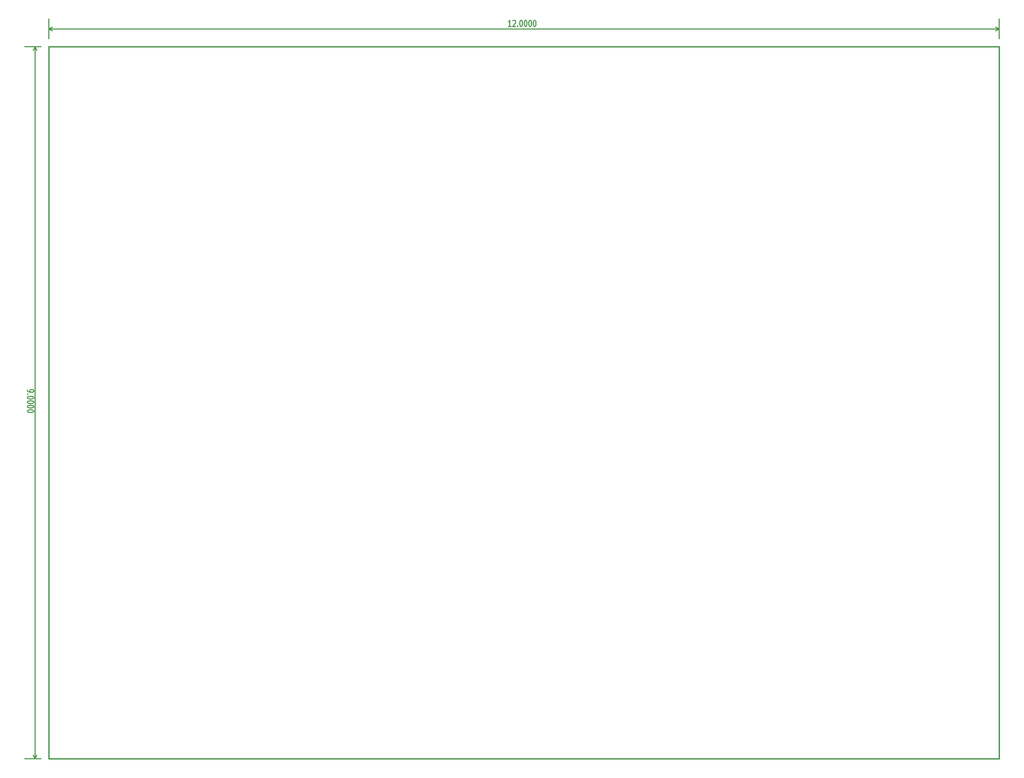
<source format=gtp>
G04 (created by PCBNEW-RS274X (2010-05-05 BZR 2356)-stable) date 01/08/11 21:12:39*
G01*
G70*
G90*
%MOIN*%
G04 Gerber Fmt 3.4, Leading zero omitted, Abs format*
%FSLAX34Y34*%
G04 APERTURE LIST*
%ADD10C,0.005000*%
%ADD11C,0.012000*%
%ADD12C,0.015000*%
G04 APERTURE END LIST*
G54D10*
G54D11*
X07287Y-53372D02*
X07287Y-53487D01*
X07325Y-53544D01*
X07363Y-53572D01*
X07478Y-53630D01*
X07630Y-53658D01*
X07935Y-53658D01*
X08011Y-53630D01*
X08049Y-53601D01*
X08087Y-53544D01*
X08087Y-53430D01*
X08049Y-53372D01*
X08011Y-53344D01*
X07935Y-53315D01*
X07744Y-53315D01*
X07668Y-53344D01*
X07630Y-53372D01*
X07592Y-53430D01*
X07592Y-53544D01*
X07630Y-53601D01*
X07668Y-53630D01*
X07744Y-53658D01*
X07363Y-53915D02*
X07325Y-53943D01*
X07287Y-53915D01*
X07325Y-53886D01*
X07363Y-53915D01*
X07287Y-53915D01*
X08087Y-54315D02*
X08087Y-54372D01*
X08049Y-54429D01*
X08011Y-54458D01*
X07935Y-54487D01*
X07782Y-54515D01*
X07592Y-54515D01*
X07440Y-54487D01*
X07363Y-54458D01*
X07325Y-54429D01*
X07287Y-54372D01*
X07287Y-54315D01*
X07325Y-54258D01*
X07363Y-54229D01*
X07440Y-54201D01*
X07592Y-54172D01*
X07782Y-54172D01*
X07935Y-54201D01*
X08011Y-54229D01*
X08049Y-54258D01*
X08087Y-54315D01*
X08087Y-54886D02*
X08087Y-54943D01*
X08049Y-55000D01*
X08011Y-55029D01*
X07935Y-55058D01*
X07782Y-55086D01*
X07592Y-55086D01*
X07440Y-55058D01*
X07363Y-55029D01*
X07325Y-55000D01*
X07287Y-54943D01*
X07287Y-54886D01*
X07325Y-54829D01*
X07363Y-54800D01*
X07440Y-54772D01*
X07592Y-54743D01*
X07782Y-54743D01*
X07935Y-54772D01*
X08011Y-54800D01*
X08049Y-54829D01*
X08087Y-54886D01*
X08087Y-55457D02*
X08087Y-55514D01*
X08049Y-55571D01*
X08011Y-55600D01*
X07935Y-55629D01*
X07782Y-55657D01*
X07592Y-55657D01*
X07440Y-55629D01*
X07363Y-55600D01*
X07325Y-55571D01*
X07287Y-55514D01*
X07287Y-55457D01*
X07325Y-55400D01*
X07363Y-55371D01*
X07440Y-55343D01*
X07592Y-55314D01*
X07782Y-55314D01*
X07935Y-55343D01*
X08011Y-55371D01*
X08049Y-55400D01*
X08087Y-55457D01*
X08087Y-56028D02*
X08087Y-56085D01*
X08049Y-56142D01*
X08011Y-56171D01*
X07935Y-56200D01*
X07782Y-56228D01*
X07592Y-56228D01*
X07440Y-56200D01*
X07363Y-56171D01*
X07325Y-56142D01*
X07287Y-56085D01*
X07287Y-56028D01*
X07325Y-55971D01*
X07363Y-55942D01*
X07440Y-55914D01*
X07592Y-55885D01*
X07782Y-55885D01*
X07935Y-55914D01*
X08011Y-55942D01*
X08049Y-55971D01*
X08087Y-56028D01*
X08251Y-10000D02*
X08251Y-100000D01*
X09000Y-10000D02*
X06971Y-10000D01*
X09000Y-100000D02*
X06971Y-100000D01*
X08251Y-100000D02*
X08021Y-99557D01*
X08251Y-100000D02*
X08481Y-99557D01*
X08251Y-10000D02*
X08021Y-10443D01*
X08251Y-10000D02*
X08481Y-10443D01*
X68373Y-07435D02*
X68030Y-07435D01*
X68202Y-07435D02*
X68202Y-06635D01*
X68145Y-06749D01*
X68087Y-06825D01*
X68030Y-06863D01*
X68601Y-06711D02*
X68630Y-06673D01*
X68687Y-06635D01*
X68830Y-06635D01*
X68887Y-06673D01*
X68916Y-06711D01*
X68944Y-06787D01*
X68944Y-06863D01*
X68916Y-06978D01*
X68573Y-07435D01*
X68944Y-07435D01*
X69201Y-07359D02*
X69229Y-07397D01*
X69201Y-07435D01*
X69172Y-07397D01*
X69201Y-07359D01*
X69201Y-07435D01*
X69601Y-06635D02*
X69658Y-06635D01*
X69715Y-06673D01*
X69744Y-06711D01*
X69773Y-06787D01*
X69801Y-06940D01*
X69801Y-07130D01*
X69773Y-07282D01*
X69744Y-07359D01*
X69715Y-07397D01*
X69658Y-07435D01*
X69601Y-07435D01*
X69544Y-07397D01*
X69515Y-07359D01*
X69487Y-07282D01*
X69458Y-07130D01*
X69458Y-06940D01*
X69487Y-06787D01*
X69515Y-06711D01*
X69544Y-06673D01*
X69601Y-06635D01*
X70172Y-06635D02*
X70229Y-06635D01*
X70286Y-06673D01*
X70315Y-06711D01*
X70344Y-06787D01*
X70372Y-06940D01*
X70372Y-07130D01*
X70344Y-07282D01*
X70315Y-07359D01*
X70286Y-07397D01*
X70229Y-07435D01*
X70172Y-07435D01*
X70115Y-07397D01*
X70086Y-07359D01*
X70058Y-07282D01*
X70029Y-07130D01*
X70029Y-06940D01*
X70058Y-06787D01*
X70086Y-06711D01*
X70115Y-06673D01*
X70172Y-06635D01*
X70743Y-06635D02*
X70800Y-06635D01*
X70857Y-06673D01*
X70886Y-06711D01*
X70915Y-06787D01*
X70943Y-06940D01*
X70943Y-07130D01*
X70915Y-07282D01*
X70886Y-07359D01*
X70857Y-07397D01*
X70800Y-07435D01*
X70743Y-07435D01*
X70686Y-07397D01*
X70657Y-07359D01*
X70629Y-07282D01*
X70600Y-07130D01*
X70600Y-06940D01*
X70629Y-06787D01*
X70657Y-06711D01*
X70686Y-06673D01*
X70743Y-06635D01*
X71314Y-06635D02*
X71371Y-06635D01*
X71428Y-06673D01*
X71457Y-06711D01*
X71486Y-06787D01*
X71514Y-06940D01*
X71514Y-07130D01*
X71486Y-07282D01*
X71457Y-07359D01*
X71428Y-07397D01*
X71371Y-07435D01*
X71314Y-07435D01*
X71257Y-07397D01*
X71228Y-07359D01*
X71200Y-07282D01*
X71171Y-07130D01*
X71171Y-06940D01*
X71200Y-06787D01*
X71228Y-06711D01*
X71257Y-06673D01*
X71314Y-06635D01*
X10000Y-07751D02*
X130000Y-07751D01*
X10000Y-09000D02*
X10000Y-06471D01*
X130000Y-09000D02*
X130000Y-06471D01*
X130000Y-07751D02*
X129557Y-07981D01*
X130000Y-07751D02*
X129557Y-07521D01*
X10000Y-07751D02*
X10443Y-07981D01*
X10000Y-07751D02*
X10443Y-07521D01*
G54D12*
X10000Y-100000D02*
X10000Y-10000D01*
X130000Y-100000D02*
X10000Y-100000D01*
X130000Y-10000D02*
X130000Y-100000D01*
X10000Y-10000D02*
X130000Y-10000D01*
M02*

</source>
